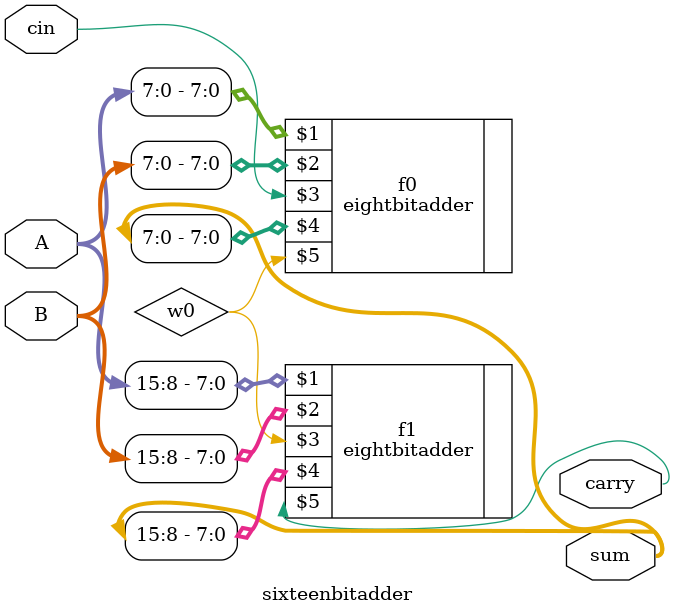
<source format=v>
`include "eightbitadder.v"

module sixteenbitadder(A,B,cin,sum,carry);
	input [15:0]A,B;
	output [15:0]sum;
	input cin;
	output carry;
	wire w0;
	eightbitadder f0(A[7:0],B[7:0],cin,sum[7:0],w0);
	eightbitadder f1(A[15:8],B[15:8],w0,sum[15:8],carry);
endmodule
</source>
